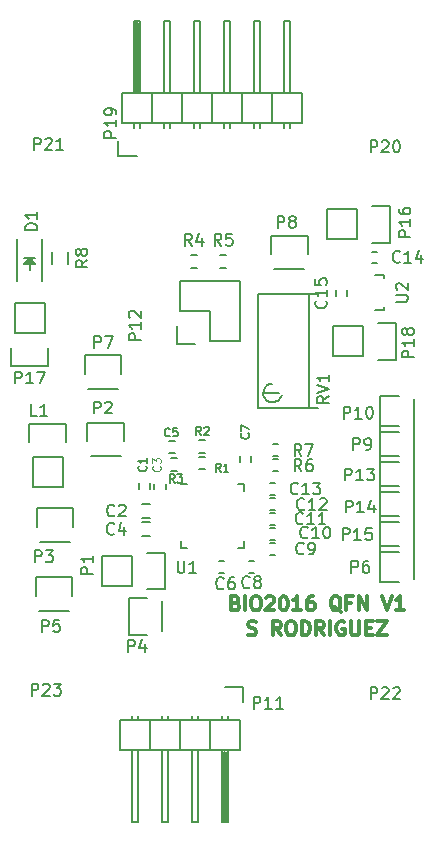
<source format=gto>
G04 #@! TF.FileFunction,Legend,Top*
%FSLAX46Y46*%
G04 Gerber Fmt 4.6, Leading zero omitted, Abs format (unit mm)*
G04 Created by KiCad (PCBNEW 4.0.4+e1-6308~48~ubuntu16.04.1-stable) date Tue Oct 11 09:38:20 2016*
%MOMM*%
%LPD*%
G01*
G04 APERTURE LIST*
%ADD10C,0.100000*%
%ADD11C,0.300000*%
%ADD12C,0.150000*%
%ADD13C,0.125000*%
G04 APERTURE END LIST*
D10*
D11*
X156394286Y-150614286D02*
X156565715Y-150671429D01*
X156622858Y-150728571D01*
X156680001Y-150842857D01*
X156680001Y-151014286D01*
X156622858Y-151128571D01*
X156565715Y-151185714D01*
X156451429Y-151242857D01*
X155994286Y-151242857D01*
X155994286Y-150042857D01*
X156394286Y-150042857D01*
X156508572Y-150100000D01*
X156565715Y-150157143D01*
X156622858Y-150271429D01*
X156622858Y-150385714D01*
X156565715Y-150500000D01*
X156508572Y-150557143D01*
X156394286Y-150614286D01*
X155994286Y-150614286D01*
X157194286Y-151242857D02*
X157194286Y-150042857D01*
X157994287Y-150042857D02*
X158222858Y-150042857D01*
X158337144Y-150100000D01*
X158451430Y-150214286D01*
X158508572Y-150442857D01*
X158508572Y-150842857D01*
X158451430Y-151071429D01*
X158337144Y-151185714D01*
X158222858Y-151242857D01*
X157994287Y-151242857D01*
X157880001Y-151185714D01*
X157765715Y-151071429D01*
X157708572Y-150842857D01*
X157708572Y-150442857D01*
X157765715Y-150214286D01*
X157880001Y-150100000D01*
X157994287Y-150042857D01*
X158965715Y-150157143D02*
X159022858Y-150100000D01*
X159137144Y-150042857D01*
X159422858Y-150042857D01*
X159537144Y-150100000D01*
X159594287Y-150157143D01*
X159651430Y-150271429D01*
X159651430Y-150385714D01*
X159594287Y-150557143D01*
X158908573Y-151242857D01*
X159651430Y-151242857D01*
X160394287Y-150042857D02*
X160508572Y-150042857D01*
X160622858Y-150100000D01*
X160680001Y-150157143D01*
X160737144Y-150271429D01*
X160794287Y-150500000D01*
X160794287Y-150785714D01*
X160737144Y-151014286D01*
X160680001Y-151128571D01*
X160622858Y-151185714D01*
X160508572Y-151242857D01*
X160394287Y-151242857D01*
X160280001Y-151185714D01*
X160222858Y-151128571D01*
X160165715Y-151014286D01*
X160108572Y-150785714D01*
X160108572Y-150500000D01*
X160165715Y-150271429D01*
X160222858Y-150157143D01*
X160280001Y-150100000D01*
X160394287Y-150042857D01*
X161937144Y-151242857D02*
X161251429Y-151242857D01*
X161594287Y-151242857D02*
X161594287Y-150042857D01*
X161480001Y-150214286D01*
X161365715Y-150328571D01*
X161251429Y-150385714D01*
X162965715Y-150042857D02*
X162737144Y-150042857D01*
X162622858Y-150100000D01*
X162565715Y-150157143D01*
X162451429Y-150328571D01*
X162394286Y-150557143D01*
X162394286Y-151014286D01*
X162451429Y-151128571D01*
X162508572Y-151185714D01*
X162622858Y-151242857D01*
X162851429Y-151242857D01*
X162965715Y-151185714D01*
X163022858Y-151128571D01*
X163080001Y-151014286D01*
X163080001Y-150728571D01*
X163022858Y-150614286D01*
X162965715Y-150557143D01*
X162851429Y-150500000D01*
X162622858Y-150500000D01*
X162508572Y-150557143D01*
X162451429Y-150614286D01*
X162394286Y-150728571D01*
X165308572Y-151357143D02*
X165194287Y-151300000D01*
X165080001Y-151185714D01*
X164908572Y-151014286D01*
X164794287Y-150957143D01*
X164680001Y-150957143D01*
X164737144Y-151242857D02*
X164622858Y-151185714D01*
X164508572Y-151071429D01*
X164451429Y-150842857D01*
X164451429Y-150442857D01*
X164508572Y-150214286D01*
X164622858Y-150100000D01*
X164737144Y-150042857D01*
X164965715Y-150042857D01*
X165080001Y-150100000D01*
X165194287Y-150214286D01*
X165251429Y-150442857D01*
X165251429Y-150842857D01*
X165194287Y-151071429D01*
X165080001Y-151185714D01*
X164965715Y-151242857D01*
X164737144Y-151242857D01*
X166165715Y-150614286D02*
X165765715Y-150614286D01*
X165765715Y-151242857D02*
X165765715Y-150042857D01*
X166337144Y-150042857D01*
X166794286Y-151242857D02*
X166794286Y-150042857D01*
X167480001Y-151242857D01*
X167480001Y-150042857D01*
X168794287Y-150042857D02*
X169194287Y-151242857D01*
X169594287Y-150042857D01*
X170622858Y-151242857D02*
X169937143Y-151242857D01*
X170280001Y-151242857D02*
X170280001Y-150042857D01*
X170165715Y-150214286D01*
X170051429Y-150328571D01*
X169937143Y-150385714D01*
X157422857Y-153285714D02*
X157594286Y-153342857D01*
X157880000Y-153342857D01*
X157994286Y-153285714D01*
X158051429Y-153228571D01*
X158108572Y-153114286D01*
X158108572Y-153000000D01*
X158051429Y-152885714D01*
X157994286Y-152828571D01*
X157880000Y-152771429D01*
X157651429Y-152714286D01*
X157537143Y-152657143D01*
X157480000Y-152600000D01*
X157422857Y-152485714D01*
X157422857Y-152371429D01*
X157480000Y-152257143D01*
X157537143Y-152200000D01*
X157651429Y-152142857D01*
X157937143Y-152142857D01*
X158108572Y-152200000D01*
X160222858Y-153342857D02*
X159822858Y-152771429D01*
X159537143Y-153342857D02*
X159537143Y-152142857D01*
X159994286Y-152142857D01*
X160108572Y-152200000D01*
X160165715Y-152257143D01*
X160222858Y-152371429D01*
X160222858Y-152542857D01*
X160165715Y-152657143D01*
X160108572Y-152714286D01*
X159994286Y-152771429D01*
X159537143Y-152771429D01*
X160965715Y-152142857D02*
X161194286Y-152142857D01*
X161308572Y-152200000D01*
X161422858Y-152314286D01*
X161480000Y-152542857D01*
X161480000Y-152942857D01*
X161422858Y-153171429D01*
X161308572Y-153285714D01*
X161194286Y-153342857D01*
X160965715Y-153342857D01*
X160851429Y-153285714D01*
X160737143Y-153171429D01*
X160680000Y-152942857D01*
X160680000Y-152542857D01*
X160737143Y-152314286D01*
X160851429Y-152200000D01*
X160965715Y-152142857D01*
X161994286Y-153342857D02*
X161994286Y-152142857D01*
X162280001Y-152142857D01*
X162451429Y-152200000D01*
X162565715Y-152314286D01*
X162622858Y-152428571D01*
X162680001Y-152657143D01*
X162680001Y-152828571D01*
X162622858Y-153057143D01*
X162565715Y-153171429D01*
X162451429Y-153285714D01*
X162280001Y-153342857D01*
X161994286Y-153342857D01*
X163880001Y-153342857D02*
X163480001Y-152771429D01*
X163194286Y-153342857D02*
X163194286Y-152142857D01*
X163651429Y-152142857D01*
X163765715Y-152200000D01*
X163822858Y-152257143D01*
X163880001Y-152371429D01*
X163880001Y-152542857D01*
X163822858Y-152657143D01*
X163765715Y-152714286D01*
X163651429Y-152771429D01*
X163194286Y-152771429D01*
X164394286Y-153342857D02*
X164394286Y-152142857D01*
X165594287Y-152200000D02*
X165480001Y-152142857D01*
X165308572Y-152142857D01*
X165137144Y-152200000D01*
X165022858Y-152314286D01*
X164965715Y-152428571D01*
X164908572Y-152657143D01*
X164908572Y-152828571D01*
X164965715Y-153057143D01*
X165022858Y-153171429D01*
X165137144Y-153285714D01*
X165308572Y-153342857D01*
X165422858Y-153342857D01*
X165594287Y-153285714D01*
X165651430Y-153228571D01*
X165651430Y-152828571D01*
X165422858Y-152828571D01*
X166165715Y-152142857D02*
X166165715Y-153114286D01*
X166222858Y-153228571D01*
X166280001Y-153285714D01*
X166394287Y-153342857D01*
X166622858Y-153342857D01*
X166737144Y-153285714D01*
X166794287Y-153228571D01*
X166851430Y-153114286D01*
X166851430Y-152142857D01*
X167422858Y-152714286D02*
X167822858Y-152714286D01*
X167994287Y-153342857D02*
X167422858Y-153342857D01*
X167422858Y-152142857D01*
X167994287Y-152142857D01*
X168394287Y-152142857D02*
X169194287Y-152142857D01*
X168394287Y-153342857D01*
X169194287Y-153342857D01*
D12*
X157107000Y-140581000D02*
X157107000Y-141131000D01*
X151757000Y-145931000D02*
X151757000Y-145381000D01*
X157107000Y-145931000D02*
X157107000Y-145381000D01*
X151757000Y-140581000D02*
X152307000Y-140581000D01*
X151757000Y-145931000D02*
X152307000Y-145931000D01*
X157107000Y-145931000D02*
X156557000Y-145931000D01*
X157107000Y-140581000D02*
X156557000Y-140581000D01*
X149115000Y-140990000D02*
X149115000Y-140490000D01*
X148165000Y-140490000D02*
X148165000Y-140990000D01*
X149170000Y-143430000D02*
X148470000Y-143430000D01*
X148470000Y-142230000D02*
X149170000Y-142230000D01*
X150465000Y-141000000D02*
X150465000Y-140500000D01*
X149515000Y-140500000D02*
X149515000Y-141000000D01*
X149160000Y-144980000D02*
X148460000Y-144980000D01*
X148460000Y-143780000D02*
X149160000Y-143780000D01*
X151225000Y-136925000D02*
X150725000Y-136925000D01*
X150725000Y-137875000D02*
X151225000Y-137875000D01*
X154944000Y-148049000D02*
X155444000Y-148049000D01*
X155444000Y-147099000D02*
X154944000Y-147099000D01*
X156751000Y-138180000D02*
X156751000Y-138680000D01*
X157701000Y-138680000D02*
X157701000Y-138180000D01*
X157484000Y-148049000D02*
X157984000Y-148049000D01*
X157984000Y-147099000D02*
X157484000Y-147099000D01*
X159762000Y-145575000D02*
X159262000Y-145575000D01*
X159262000Y-146525000D02*
X159762000Y-146525000D01*
X159762000Y-144305000D02*
X159262000Y-144305000D01*
X159262000Y-145255000D02*
X159762000Y-145255000D01*
X159762000Y-143035000D02*
X159262000Y-143035000D01*
X159262000Y-143985000D02*
X159762000Y-143985000D01*
X159762000Y-141765000D02*
X159262000Y-141765000D01*
X159262000Y-142715000D02*
X159762000Y-142715000D01*
X159762000Y-140495000D02*
X159262000Y-140495000D01*
X159262000Y-141445000D02*
X159762000Y-141445000D01*
X167898000Y-121823500D02*
X168398000Y-121823500D01*
X168398000Y-120873500D02*
X167898000Y-120873500D01*
X164879000Y-124146500D02*
X164879000Y-124646500D01*
X165829000Y-124646500D02*
X165829000Y-124146500D01*
X137888000Y-119770000D02*
X137888000Y-123370000D01*
X139988000Y-119770000D02*
X139988000Y-123370000D01*
X139238000Y-121820000D02*
X138638000Y-121820000D01*
X138638000Y-121820000D02*
X138938000Y-121520000D01*
X138938000Y-121520000D02*
X139138000Y-121720000D01*
X139138000Y-121720000D02*
X138888000Y-121720000D01*
X138888000Y-121720000D02*
X138938000Y-121670000D01*
X139438000Y-121420000D02*
X138438000Y-121420000D01*
X138938000Y-121920000D02*
X138938000Y-122420000D01*
X138938000Y-121420000D02*
X139438000Y-121920000D01*
X139438000Y-121920000D02*
X138438000Y-121920000D01*
X138438000Y-121920000D02*
X138938000Y-121420000D01*
X138912000Y-135419500D02*
X138912000Y-136969500D01*
X139192000Y-140779500D02*
X139192000Y-138239500D01*
X139192000Y-138239500D02*
X141732000Y-138239500D01*
X142012000Y-136969500D02*
X142012000Y-135419500D01*
X142012000Y-135419500D02*
X138912000Y-135419500D01*
X141732000Y-138239500D02*
X141732000Y-140779500D01*
X141732000Y-140779500D02*
X139192000Y-140779500D01*
X147605000Y-149170000D02*
X145065000Y-149170000D01*
X150425000Y-149450000D02*
X148875000Y-149450000D01*
X147605000Y-149170000D02*
X147605000Y-146630000D01*
X148875000Y-146350000D02*
X150425000Y-146350000D01*
X150425000Y-146350000D02*
X150425000Y-149450000D01*
X147605000Y-146630000D02*
X145065000Y-146630000D01*
X145065000Y-146630000D02*
X145065000Y-149170000D01*
X146930000Y-135360000D02*
X146930000Y-136910000D01*
X143830000Y-136910000D02*
X143830000Y-135360000D01*
X143830000Y-135360000D02*
X146930000Y-135360000D01*
X144110000Y-138180000D02*
X146650000Y-138180000D01*
X142647000Y-142595000D02*
X142647000Y-144145000D01*
X139547000Y-144145000D02*
X139547000Y-142595000D01*
X139547000Y-142595000D02*
X142647000Y-142595000D01*
X139827000Y-145415000D02*
X142367000Y-145415000D01*
X147375000Y-150200000D02*
X148925000Y-150200000D01*
X148925000Y-153300000D02*
X147375000Y-153300000D01*
X147375000Y-153300000D02*
X147375000Y-150200000D01*
X150195000Y-153020000D02*
X150195000Y-150480000D01*
X142550000Y-148450000D02*
X142550000Y-150000000D01*
X139450000Y-150000000D02*
X139450000Y-148450000D01*
X139450000Y-148450000D02*
X142550000Y-148450000D01*
X139730000Y-151270000D02*
X142270000Y-151270000D01*
X168630000Y-145770000D02*
X170180000Y-145770000D01*
X170180000Y-148870000D02*
X168630000Y-148870000D01*
X168630000Y-148870000D02*
X168630000Y-145770000D01*
X171450000Y-148590000D02*
X171450000Y-146050000D01*
X146700000Y-129650000D02*
X146700000Y-131200000D01*
X143600000Y-131200000D02*
X143600000Y-129650000D01*
X143600000Y-129650000D02*
X146700000Y-129650000D01*
X143880000Y-132470000D02*
X146420000Y-132470000D01*
X162480000Y-119550000D02*
X162480000Y-121100000D01*
X159380000Y-121100000D02*
X159380000Y-119550000D01*
X159380000Y-119550000D02*
X162480000Y-119550000D01*
X159660000Y-122370000D02*
X162200000Y-122370000D01*
X168630000Y-135610000D02*
X170180000Y-135610000D01*
X170180000Y-138710000D02*
X168630000Y-138710000D01*
X168630000Y-138710000D02*
X168630000Y-135610000D01*
X171450000Y-138430000D02*
X171450000Y-135890000D01*
X168630000Y-133070000D02*
X170180000Y-133070000D01*
X170180000Y-136170000D02*
X168630000Y-136170000D01*
X168630000Y-136170000D02*
X168630000Y-133070000D01*
X171450000Y-135890000D02*
X171450000Y-133350000D01*
X157050000Y-157700000D02*
X155500000Y-157700000D01*
X157050000Y-159000000D02*
X157050000Y-157700000D01*
X155627000Y-163191000D02*
X155627000Y-169033000D01*
X155627000Y-169033000D02*
X155373000Y-169033000D01*
X155373000Y-169033000D02*
X155373000Y-163191000D01*
X155373000Y-163191000D02*
X155500000Y-163191000D01*
X155500000Y-163191000D02*
X155500000Y-169033000D01*
X155754000Y-160524000D02*
X155754000Y-160143000D01*
X155246000Y-160524000D02*
X155246000Y-160143000D01*
X153214000Y-160524000D02*
X153214000Y-160143000D01*
X152706000Y-160524000D02*
X152706000Y-160143000D01*
X150674000Y-160524000D02*
X150674000Y-160143000D01*
X150166000Y-160524000D02*
X150166000Y-160143000D01*
X147626000Y-160524000D02*
X147626000Y-160143000D01*
X148134000Y-160524000D02*
X148134000Y-160143000D01*
X156770000Y-160524000D02*
X156770000Y-163064000D01*
X154230000Y-160524000D02*
X154230000Y-163064000D01*
X154230000Y-160524000D02*
X151690000Y-160524000D01*
X151690000Y-160524000D02*
X151690000Y-163064000D01*
X153214000Y-163064000D02*
X153214000Y-169160000D01*
X153214000Y-169160000D02*
X152706000Y-169160000D01*
X152706000Y-169160000D02*
X152706000Y-163064000D01*
X151690000Y-163064000D02*
X154230000Y-163064000D01*
X154230000Y-163064000D02*
X156770000Y-163064000D01*
X155246000Y-169160000D02*
X155246000Y-163064000D01*
X155754000Y-169160000D02*
X155246000Y-169160000D01*
X155754000Y-163064000D02*
X155754000Y-169160000D01*
X154230000Y-160524000D02*
X154230000Y-163064000D01*
X156770000Y-160524000D02*
X154230000Y-160524000D01*
X149150000Y-160524000D02*
X149150000Y-163064000D01*
X149150000Y-160524000D02*
X146610000Y-160524000D01*
X146610000Y-160524000D02*
X146610000Y-163064000D01*
X148134000Y-163064000D02*
X148134000Y-169160000D01*
X148134000Y-169160000D02*
X147626000Y-169160000D01*
X147626000Y-169160000D02*
X147626000Y-163064000D01*
X146610000Y-163064000D02*
X149150000Y-163064000D01*
X149150000Y-163064000D02*
X151690000Y-163064000D01*
X150166000Y-169160000D02*
X150166000Y-163064000D01*
X150674000Y-169160000D02*
X150166000Y-169160000D01*
X150674000Y-163064000D02*
X150674000Y-169160000D01*
X149150000Y-160524000D02*
X149150000Y-163064000D01*
X151690000Y-160524000D02*
X149150000Y-160524000D01*
X151690000Y-160524000D02*
X151690000Y-163064000D01*
X152985000Y-128690000D02*
X151435000Y-128690000D01*
X151435000Y-127140000D02*
X151435000Y-128690000D01*
X154255000Y-128410000D02*
X154255000Y-125870000D01*
X154255000Y-125870000D02*
X151715000Y-125870000D01*
X151715000Y-125870000D02*
X151715000Y-123330000D01*
X151715000Y-123330000D02*
X156795000Y-123330000D01*
X156795000Y-123330000D02*
X156795000Y-128410000D01*
X156795000Y-128410000D02*
X154255000Y-128410000D01*
X168630000Y-138150000D02*
X170180000Y-138150000D01*
X170180000Y-141250000D02*
X168630000Y-141250000D01*
X168630000Y-141250000D02*
X168630000Y-138150000D01*
X171450000Y-140970000D02*
X171450000Y-138430000D01*
X168630000Y-140690000D02*
X170180000Y-140690000D01*
X170180000Y-143790000D02*
X168630000Y-143790000D01*
X168630000Y-143790000D02*
X168630000Y-140690000D01*
X171450000Y-143510000D02*
X171450000Y-140970000D01*
X168630000Y-143230000D02*
X170180000Y-143230000D01*
X170180000Y-146330000D02*
X168630000Y-146330000D01*
X168630000Y-146330000D02*
X168630000Y-143230000D01*
X171450000Y-146050000D02*
X171450000Y-143510000D01*
X166624000Y-119824500D02*
X164084000Y-119824500D01*
X169444000Y-120104500D02*
X167894000Y-120104500D01*
X166624000Y-119824500D02*
X166624000Y-117284500D01*
X167894000Y-117004500D02*
X169444000Y-117004500D01*
X169444000Y-117004500D02*
X169444000Y-120104500D01*
X166624000Y-117284500D02*
X164084000Y-117284500D01*
X164084000Y-117284500D02*
X164084000Y-119824500D01*
X137668000Y-127762000D02*
X137668000Y-125222000D01*
X137388000Y-130582000D02*
X137388000Y-129032000D01*
X137668000Y-127762000D02*
X140208000Y-127762000D01*
X140488000Y-129032000D02*
X140488000Y-130582000D01*
X140488000Y-130582000D02*
X137388000Y-130582000D01*
X140208000Y-127762000D02*
X140208000Y-125222000D01*
X140208000Y-125222000D02*
X137668000Y-125222000D01*
X167132000Y-129730500D02*
X164592000Y-129730500D01*
X169952000Y-130010500D02*
X168402000Y-130010500D01*
X167132000Y-129730500D02*
X167132000Y-127190500D01*
X168402000Y-126910500D02*
X169952000Y-126910500D01*
X169952000Y-126910500D02*
X169952000Y-130010500D01*
X167132000Y-127190500D02*
X164592000Y-127190500D01*
X164592000Y-127190500D02*
X164592000Y-129730500D01*
X146450000Y-112800000D02*
X148000000Y-112800000D01*
X146450000Y-111500000D02*
X146450000Y-112800000D01*
X147873000Y-107309000D02*
X147873000Y-101467000D01*
X147873000Y-101467000D02*
X148127000Y-101467000D01*
X148127000Y-101467000D02*
X148127000Y-107309000D01*
X148127000Y-107309000D02*
X148000000Y-107309000D01*
X148000000Y-107309000D02*
X148000000Y-101467000D01*
X147746000Y-109976000D02*
X147746000Y-110357000D01*
X148254000Y-109976000D02*
X148254000Y-110357000D01*
X150286000Y-109976000D02*
X150286000Y-110357000D01*
X150794000Y-109976000D02*
X150794000Y-110357000D01*
X152826000Y-109976000D02*
X152826000Y-110357000D01*
X153334000Y-109976000D02*
X153334000Y-110357000D01*
X160954000Y-109976000D02*
X160954000Y-110357000D01*
X160446000Y-109976000D02*
X160446000Y-110357000D01*
X158414000Y-109976000D02*
X158414000Y-110357000D01*
X157906000Y-109976000D02*
X157906000Y-110357000D01*
X155874000Y-109976000D02*
X155874000Y-110357000D01*
X155366000Y-109976000D02*
X155366000Y-110357000D01*
X146730000Y-109976000D02*
X146730000Y-107436000D01*
X149270000Y-109976000D02*
X149270000Y-107436000D01*
X149270000Y-109976000D02*
X151810000Y-109976000D01*
X151810000Y-109976000D02*
X151810000Y-107436000D01*
X150286000Y-107436000D02*
X150286000Y-101340000D01*
X150286000Y-101340000D02*
X150794000Y-101340000D01*
X150794000Y-101340000D02*
X150794000Y-107436000D01*
X151810000Y-107436000D02*
X149270000Y-107436000D01*
X149270000Y-107436000D02*
X146730000Y-107436000D01*
X148254000Y-101340000D02*
X148254000Y-107436000D01*
X147746000Y-101340000D02*
X148254000Y-101340000D01*
X147746000Y-107436000D02*
X147746000Y-101340000D01*
X149270000Y-109976000D02*
X149270000Y-107436000D01*
X146730000Y-109976000D02*
X149270000Y-109976000D01*
X156890000Y-109976000D02*
X156890000Y-107436000D01*
X156890000Y-109976000D02*
X159430000Y-109976000D01*
X159430000Y-109976000D02*
X159430000Y-107436000D01*
X157906000Y-107436000D02*
X157906000Y-101340000D01*
X157906000Y-101340000D02*
X158414000Y-101340000D01*
X158414000Y-101340000D02*
X158414000Y-107436000D01*
X159430000Y-107436000D02*
X156890000Y-107436000D01*
X161970000Y-107436000D02*
X159430000Y-107436000D01*
X160954000Y-101340000D02*
X160954000Y-107436000D01*
X160446000Y-101340000D02*
X160954000Y-101340000D01*
X160446000Y-107436000D02*
X160446000Y-101340000D01*
X161970000Y-109976000D02*
X161970000Y-107436000D01*
X159430000Y-109976000D02*
X161970000Y-109976000D01*
X159430000Y-109976000D02*
X159430000Y-107436000D01*
X154350000Y-109976000D02*
X154350000Y-107436000D01*
X154350000Y-109976000D02*
X156890000Y-109976000D01*
X156890000Y-109976000D02*
X156890000Y-107436000D01*
X155366000Y-107436000D02*
X155366000Y-101340000D01*
X155366000Y-101340000D02*
X155874000Y-101340000D01*
X155874000Y-101340000D02*
X155874000Y-107436000D01*
X156890000Y-107436000D02*
X154350000Y-107436000D01*
X154350000Y-107436000D02*
X151810000Y-107436000D01*
X153334000Y-101340000D02*
X153334000Y-107436000D01*
X152826000Y-101340000D02*
X153334000Y-101340000D01*
X152826000Y-107436000D02*
X152826000Y-101340000D01*
X154350000Y-109976000D02*
X154350000Y-107436000D01*
X151810000Y-109976000D02*
X154350000Y-109976000D01*
X151810000Y-109976000D02*
X151810000Y-107436000D01*
X153800000Y-138225000D02*
X153300000Y-138225000D01*
X153300000Y-139275000D02*
X153800000Y-139275000D01*
X153325000Y-137875000D02*
X153825000Y-137875000D01*
X153825000Y-136825000D02*
X153325000Y-136825000D01*
X151400000Y-138350000D02*
X150900000Y-138350000D01*
X150900000Y-139400000D02*
X151400000Y-139400000D01*
X153100000Y-121175000D02*
X152600000Y-121175000D01*
X152600000Y-122225000D02*
X153100000Y-122225000D01*
X155600000Y-121175000D02*
X155100000Y-121175000D01*
X155100000Y-122225000D02*
X155600000Y-122225000D01*
X159516000Y-139463000D02*
X160016000Y-139463000D01*
X160016000Y-138413000D02*
X159516000Y-138413000D01*
X160016000Y-137143000D02*
X159516000Y-137143000D01*
X159516000Y-138193000D02*
X160016000Y-138193000D01*
X140803000Y-121912000D02*
X140803000Y-120912000D01*
X142153000Y-120912000D02*
X142153000Y-121912000D01*
X158750000Y-132842000D02*
X160020000Y-132842000D01*
X159499300Y-132054600D02*
X159245300Y-132092700D01*
X159245300Y-132092700D02*
X158965900Y-132270500D01*
X158965900Y-132270500D02*
X158750000Y-132588000D01*
X158750000Y-132588000D02*
X158737300Y-133032500D01*
X158737300Y-133032500D02*
X158940500Y-133388100D01*
X158940500Y-133388100D02*
X159232600Y-133565900D01*
X159232600Y-133565900D02*
X159550100Y-133616700D01*
X159550100Y-133616700D02*
X159956500Y-133515100D01*
X159956500Y-133515100D02*
X160210500Y-133172200D01*
X160210500Y-133172200D02*
X160299400Y-132994400D01*
X162560000Y-124460000D02*
X162560000Y-134112000D01*
X159512000Y-134112000D02*
X158242000Y-134112000D01*
X158242000Y-134112000D02*
X158242000Y-124460000D01*
X158242000Y-124460000D02*
X163322000Y-124460000D01*
X163322000Y-134112000D02*
X160782000Y-134112000D01*
X160782000Y-134112000D02*
X159512000Y-134112000D01*
X168923240Y-125634136D02*
X168923240Y-125585876D01*
X168222200Y-122835156D02*
X168923240Y-122835156D01*
X168923240Y-122835156D02*
X168923240Y-123084076D01*
X168923240Y-125634136D02*
X168923240Y-125834796D01*
X168923240Y-125834796D02*
X168222200Y-125834796D01*
X151468095Y-147052381D02*
X151468095Y-147861905D01*
X151515714Y-147957143D01*
X151563333Y-148004762D01*
X151658571Y-148052381D01*
X151849048Y-148052381D01*
X151944286Y-148004762D01*
X151991905Y-147957143D01*
X152039524Y-147861905D01*
X152039524Y-147052381D01*
X153039524Y-148052381D02*
X152468095Y-148052381D01*
X152753809Y-148052381D02*
X152753809Y-147052381D01*
X152658571Y-147195238D01*
X152563333Y-147290476D01*
X152468095Y-147338095D01*
X148780000Y-139016666D02*
X148813333Y-139050000D01*
X148846667Y-139150000D01*
X148846667Y-139216666D01*
X148813333Y-139316666D01*
X148746667Y-139383333D01*
X148680000Y-139416666D01*
X148546667Y-139450000D01*
X148446667Y-139450000D01*
X148313333Y-139416666D01*
X148246667Y-139383333D01*
X148180000Y-139316666D01*
X148146667Y-139216666D01*
X148146667Y-139150000D01*
X148180000Y-139050000D01*
X148213333Y-139016666D01*
X148846667Y-138350000D02*
X148846667Y-138750000D01*
X148846667Y-138550000D02*
X148146667Y-138550000D01*
X148246667Y-138616666D01*
X148313333Y-138683333D01*
X148346667Y-138750000D01*
X146113334Y-143187143D02*
X146065715Y-143234762D01*
X145922858Y-143282381D01*
X145827620Y-143282381D01*
X145684762Y-143234762D01*
X145589524Y-143139524D01*
X145541905Y-143044286D01*
X145494286Y-142853810D01*
X145494286Y-142710952D01*
X145541905Y-142520476D01*
X145589524Y-142425238D01*
X145684762Y-142330000D01*
X145827620Y-142282381D01*
X145922858Y-142282381D01*
X146065715Y-142330000D01*
X146113334Y-142377619D01*
X146494286Y-142377619D02*
X146541905Y-142330000D01*
X146637143Y-142282381D01*
X146875239Y-142282381D01*
X146970477Y-142330000D01*
X147018096Y-142377619D01*
X147065715Y-142472857D01*
X147065715Y-142568095D01*
X147018096Y-142710952D01*
X146446667Y-143282381D01*
X147065715Y-143282381D01*
D13*
X149980000Y-139016666D02*
X150013333Y-139050000D01*
X150046667Y-139150000D01*
X150046667Y-139216666D01*
X150013333Y-139316666D01*
X149946667Y-139383333D01*
X149880000Y-139416666D01*
X149746667Y-139450000D01*
X149646667Y-139450000D01*
X149513333Y-139416666D01*
X149446667Y-139383333D01*
X149380000Y-139316666D01*
X149346667Y-139216666D01*
X149346667Y-139150000D01*
X149380000Y-139050000D01*
X149413333Y-139016666D01*
X149346667Y-138783333D02*
X149346667Y-138350000D01*
X149613333Y-138583333D01*
X149613333Y-138483333D01*
X149646667Y-138416666D01*
X149680000Y-138383333D01*
X149746667Y-138350000D01*
X149913333Y-138350000D01*
X149980000Y-138383333D01*
X150013333Y-138416666D01*
X150046667Y-138483333D01*
X150046667Y-138683333D01*
X150013333Y-138750000D01*
X149980000Y-138783333D01*
D12*
X146103334Y-144737143D02*
X146055715Y-144784762D01*
X145912858Y-144832381D01*
X145817620Y-144832381D01*
X145674762Y-144784762D01*
X145579524Y-144689524D01*
X145531905Y-144594286D01*
X145484286Y-144403810D01*
X145484286Y-144260952D01*
X145531905Y-144070476D01*
X145579524Y-143975238D01*
X145674762Y-143880000D01*
X145817620Y-143832381D01*
X145912858Y-143832381D01*
X146055715Y-143880000D01*
X146103334Y-143927619D01*
X146960477Y-144165714D02*
X146960477Y-144832381D01*
X146722381Y-143784762D02*
X146484286Y-144499048D01*
X147103334Y-144499048D01*
X150813334Y-136450000D02*
X150780000Y-136483333D01*
X150680000Y-136516667D01*
X150613334Y-136516667D01*
X150513334Y-136483333D01*
X150446667Y-136416667D01*
X150413334Y-136350000D01*
X150380000Y-136216667D01*
X150380000Y-136116667D01*
X150413334Y-135983333D01*
X150446667Y-135916667D01*
X150513334Y-135850000D01*
X150613334Y-135816667D01*
X150680000Y-135816667D01*
X150780000Y-135850000D01*
X150813334Y-135883333D01*
X151446667Y-135816667D02*
X151113334Y-135816667D01*
X151080000Y-136150000D01*
X151113334Y-136116667D01*
X151180000Y-136083333D01*
X151346667Y-136083333D01*
X151413334Y-136116667D01*
X151446667Y-136150000D01*
X151480000Y-136216667D01*
X151480000Y-136383333D01*
X151446667Y-136450000D01*
X151413334Y-136483333D01*
X151346667Y-136516667D01*
X151180000Y-136516667D01*
X151113334Y-136483333D01*
X151080000Y-136450000D01*
X155363334Y-149357143D02*
X155315715Y-149404762D01*
X155172858Y-149452381D01*
X155077620Y-149452381D01*
X154934762Y-149404762D01*
X154839524Y-149309524D01*
X154791905Y-149214286D01*
X154744286Y-149023810D01*
X154744286Y-148880952D01*
X154791905Y-148690476D01*
X154839524Y-148595238D01*
X154934762Y-148500000D01*
X155077620Y-148452381D01*
X155172858Y-148452381D01*
X155315715Y-148500000D01*
X155363334Y-148547619D01*
X156220477Y-148452381D02*
X156030000Y-148452381D01*
X155934762Y-148500000D01*
X155887143Y-148547619D01*
X155791905Y-148690476D01*
X155744286Y-148880952D01*
X155744286Y-149261905D01*
X155791905Y-149357143D01*
X155839524Y-149404762D01*
X155934762Y-149452381D01*
X156125239Y-149452381D01*
X156220477Y-149404762D01*
X156268096Y-149357143D01*
X156315715Y-149261905D01*
X156315715Y-149023810D01*
X156268096Y-148928571D01*
X156220477Y-148880952D01*
X156125239Y-148833333D01*
X155934762Y-148833333D01*
X155839524Y-148880952D01*
X155791905Y-148928571D01*
X155744286Y-149023810D01*
X157476000Y-136260666D02*
X157509333Y-136294000D01*
X157542667Y-136394000D01*
X157542667Y-136460666D01*
X157509333Y-136560666D01*
X157442667Y-136627333D01*
X157376000Y-136660666D01*
X157242667Y-136694000D01*
X157142667Y-136694000D01*
X157009333Y-136660666D01*
X156942667Y-136627333D01*
X156876000Y-136560666D01*
X156842667Y-136460666D01*
X156842667Y-136394000D01*
X156876000Y-136294000D01*
X156909333Y-136260666D01*
X156842667Y-136027333D02*
X156842667Y-135560666D01*
X157542667Y-135860666D01*
X157563334Y-149257143D02*
X157515715Y-149304762D01*
X157372858Y-149352381D01*
X157277620Y-149352381D01*
X157134762Y-149304762D01*
X157039524Y-149209524D01*
X156991905Y-149114286D01*
X156944286Y-148923810D01*
X156944286Y-148780952D01*
X156991905Y-148590476D01*
X157039524Y-148495238D01*
X157134762Y-148400000D01*
X157277620Y-148352381D01*
X157372858Y-148352381D01*
X157515715Y-148400000D01*
X157563334Y-148447619D01*
X158134762Y-148780952D02*
X158039524Y-148733333D01*
X157991905Y-148685714D01*
X157944286Y-148590476D01*
X157944286Y-148542857D01*
X157991905Y-148447619D01*
X158039524Y-148400000D01*
X158134762Y-148352381D01*
X158325239Y-148352381D01*
X158420477Y-148400000D01*
X158468096Y-148447619D01*
X158515715Y-148542857D01*
X158515715Y-148590476D01*
X158468096Y-148685714D01*
X158420477Y-148733333D01*
X158325239Y-148780952D01*
X158134762Y-148780952D01*
X158039524Y-148828571D01*
X157991905Y-148876190D01*
X157944286Y-148971429D01*
X157944286Y-149161905D01*
X157991905Y-149257143D01*
X158039524Y-149304762D01*
X158134762Y-149352381D01*
X158325239Y-149352381D01*
X158420477Y-149304762D01*
X158468096Y-149257143D01*
X158515715Y-149161905D01*
X158515715Y-148971429D01*
X158468096Y-148876190D01*
X158420477Y-148828571D01*
X158325239Y-148780952D01*
X162139334Y-146407143D02*
X162091715Y-146454762D01*
X161948858Y-146502381D01*
X161853620Y-146502381D01*
X161710762Y-146454762D01*
X161615524Y-146359524D01*
X161567905Y-146264286D01*
X161520286Y-146073810D01*
X161520286Y-145930952D01*
X161567905Y-145740476D01*
X161615524Y-145645238D01*
X161710762Y-145550000D01*
X161853620Y-145502381D01*
X161948858Y-145502381D01*
X162091715Y-145550000D01*
X162139334Y-145597619D01*
X162615524Y-146502381D02*
X162806000Y-146502381D01*
X162901239Y-146454762D01*
X162948858Y-146407143D01*
X163044096Y-146264286D01*
X163091715Y-146073810D01*
X163091715Y-145692857D01*
X163044096Y-145597619D01*
X162996477Y-145550000D01*
X162901239Y-145502381D01*
X162710762Y-145502381D01*
X162615524Y-145550000D01*
X162567905Y-145597619D01*
X162520286Y-145692857D01*
X162520286Y-145930952D01*
X162567905Y-146026190D01*
X162615524Y-146073810D01*
X162710762Y-146121429D01*
X162901239Y-146121429D01*
X162996477Y-146073810D01*
X163044096Y-146026190D01*
X163091715Y-145930952D01*
X162487143Y-145057143D02*
X162439524Y-145104762D01*
X162296667Y-145152381D01*
X162201429Y-145152381D01*
X162058571Y-145104762D01*
X161963333Y-145009524D01*
X161915714Y-144914286D01*
X161868095Y-144723810D01*
X161868095Y-144580952D01*
X161915714Y-144390476D01*
X161963333Y-144295238D01*
X162058571Y-144200000D01*
X162201429Y-144152381D01*
X162296667Y-144152381D01*
X162439524Y-144200000D01*
X162487143Y-144247619D01*
X163439524Y-145152381D02*
X162868095Y-145152381D01*
X163153809Y-145152381D02*
X163153809Y-144152381D01*
X163058571Y-144295238D01*
X162963333Y-144390476D01*
X162868095Y-144438095D01*
X164058571Y-144152381D02*
X164153810Y-144152381D01*
X164249048Y-144200000D01*
X164296667Y-144247619D01*
X164344286Y-144342857D01*
X164391905Y-144533333D01*
X164391905Y-144771429D01*
X164344286Y-144961905D01*
X164296667Y-145057143D01*
X164249048Y-145104762D01*
X164153810Y-145152381D01*
X164058571Y-145152381D01*
X163963333Y-145104762D01*
X163915714Y-145057143D01*
X163868095Y-144961905D01*
X163820476Y-144771429D01*
X163820476Y-144533333D01*
X163868095Y-144342857D01*
X163915714Y-144247619D01*
X163963333Y-144200000D01*
X164058571Y-144152381D01*
X162087143Y-143857143D02*
X162039524Y-143904762D01*
X161896667Y-143952381D01*
X161801429Y-143952381D01*
X161658571Y-143904762D01*
X161563333Y-143809524D01*
X161515714Y-143714286D01*
X161468095Y-143523810D01*
X161468095Y-143380952D01*
X161515714Y-143190476D01*
X161563333Y-143095238D01*
X161658571Y-143000000D01*
X161801429Y-142952381D01*
X161896667Y-142952381D01*
X162039524Y-143000000D01*
X162087143Y-143047619D01*
X163039524Y-143952381D02*
X162468095Y-143952381D01*
X162753809Y-143952381D02*
X162753809Y-142952381D01*
X162658571Y-143095238D01*
X162563333Y-143190476D01*
X162468095Y-143238095D01*
X163991905Y-143952381D02*
X163420476Y-143952381D01*
X163706190Y-143952381D02*
X163706190Y-142952381D01*
X163610952Y-143095238D01*
X163515714Y-143190476D01*
X163420476Y-143238095D01*
X162187143Y-142657143D02*
X162139524Y-142704762D01*
X161996667Y-142752381D01*
X161901429Y-142752381D01*
X161758571Y-142704762D01*
X161663333Y-142609524D01*
X161615714Y-142514286D01*
X161568095Y-142323810D01*
X161568095Y-142180952D01*
X161615714Y-141990476D01*
X161663333Y-141895238D01*
X161758571Y-141800000D01*
X161901429Y-141752381D01*
X161996667Y-141752381D01*
X162139524Y-141800000D01*
X162187143Y-141847619D01*
X163139524Y-142752381D02*
X162568095Y-142752381D01*
X162853809Y-142752381D02*
X162853809Y-141752381D01*
X162758571Y-141895238D01*
X162663333Y-141990476D01*
X162568095Y-142038095D01*
X163520476Y-141847619D02*
X163568095Y-141800000D01*
X163663333Y-141752381D01*
X163901429Y-141752381D01*
X163996667Y-141800000D01*
X164044286Y-141847619D01*
X164091905Y-141942857D01*
X164091905Y-142038095D01*
X164044286Y-142180952D01*
X163472857Y-142752381D01*
X164091905Y-142752381D01*
X161663143Y-141327143D02*
X161615524Y-141374762D01*
X161472667Y-141422381D01*
X161377429Y-141422381D01*
X161234571Y-141374762D01*
X161139333Y-141279524D01*
X161091714Y-141184286D01*
X161044095Y-140993810D01*
X161044095Y-140850952D01*
X161091714Y-140660476D01*
X161139333Y-140565238D01*
X161234571Y-140470000D01*
X161377429Y-140422381D01*
X161472667Y-140422381D01*
X161615524Y-140470000D01*
X161663143Y-140517619D01*
X162615524Y-141422381D02*
X162044095Y-141422381D01*
X162329809Y-141422381D02*
X162329809Y-140422381D01*
X162234571Y-140565238D01*
X162139333Y-140660476D01*
X162044095Y-140708095D01*
X162948857Y-140422381D02*
X163567905Y-140422381D01*
X163234571Y-140803333D01*
X163377429Y-140803333D01*
X163472667Y-140850952D01*
X163520286Y-140898571D01*
X163567905Y-140993810D01*
X163567905Y-141231905D01*
X163520286Y-141327143D01*
X163472667Y-141374762D01*
X163377429Y-141422381D01*
X163091714Y-141422381D01*
X162996476Y-141374762D01*
X162948857Y-141327143D01*
X170299143Y-121705643D02*
X170251524Y-121753262D01*
X170108667Y-121800881D01*
X170013429Y-121800881D01*
X169870571Y-121753262D01*
X169775333Y-121658024D01*
X169727714Y-121562786D01*
X169680095Y-121372310D01*
X169680095Y-121229452D01*
X169727714Y-121038976D01*
X169775333Y-120943738D01*
X169870571Y-120848500D01*
X170013429Y-120800881D01*
X170108667Y-120800881D01*
X170251524Y-120848500D01*
X170299143Y-120896119D01*
X171251524Y-121800881D02*
X170680095Y-121800881D01*
X170965809Y-121800881D02*
X170965809Y-120800881D01*
X170870571Y-120943738D01*
X170775333Y-121038976D01*
X170680095Y-121086595D01*
X172108667Y-121134214D02*
X172108667Y-121800881D01*
X171870571Y-120753262D02*
X171632476Y-121467548D01*
X172251524Y-121467548D01*
X164011143Y-125039357D02*
X164058762Y-125086976D01*
X164106381Y-125229833D01*
X164106381Y-125325071D01*
X164058762Y-125467929D01*
X163963524Y-125563167D01*
X163868286Y-125610786D01*
X163677810Y-125658405D01*
X163534952Y-125658405D01*
X163344476Y-125610786D01*
X163249238Y-125563167D01*
X163154000Y-125467929D01*
X163106381Y-125325071D01*
X163106381Y-125229833D01*
X163154000Y-125086976D01*
X163201619Y-125039357D01*
X164106381Y-124086976D02*
X164106381Y-124658405D01*
X164106381Y-124372691D02*
X163106381Y-124372691D01*
X163249238Y-124467929D01*
X163344476Y-124563167D01*
X163392095Y-124658405D01*
X163106381Y-123182214D02*
X163106381Y-123658405D01*
X163582571Y-123706024D01*
X163534952Y-123658405D01*
X163487333Y-123563167D01*
X163487333Y-123325071D01*
X163534952Y-123229833D01*
X163582571Y-123182214D01*
X163677810Y-123134595D01*
X163915905Y-123134595D01*
X164011143Y-123182214D01*
X164058762Y-123229833D01*
X164106381Y-123325071D01*
X164106381Y-123563167D01*
X164058762Y-123658405D01*
X164011143Y-123706024D01*
X139582381Y-119038095D02*
X138582381Y-119038095D01*
X138582381Y-118800000D01*
X138630000Y-118657142D01*
X138725238Y-118561904D01*
X138820476Y-118514285D01*
X139010952Y-118466666D01*
X139153810Y-118466666D01*
X139344286Y-118514285D01*
X139439524Y-118561904D01*
X139534762Y-118657142D01*
X139582381Y-118800000D01*
X139582381Y-119038095D01*
X139582381Y-117514285D02*
X139582381Y-118085714D01*
X139582381Y-117800000D02*
X138582381Y-117800000D01*
X138725238Y-117895238D01*
X138820476Y-117990476D01*
X138868095Y-118085714D01*
X139563334Y-134752381D02*
X139087143Y-134752381D01*
X139087143Y-133752381D01*
X140420477Y-134752381D02*
X139849048Y-134752381D01*
X140134762Y-134752381D02*
X140134762Y-133752381D01*
X140039524Y-133895238D01*
X139944286Y-133990476D01*
X139849048Y-134038095D01*
X144282381Y-148138095D02*
X143282381Y-148138095D01*
X143282381Y-147757142D01*
X143330000Y-147661904D01*
X143377619Y-147614285D01*
X143472857Y-147566666D01*
X143615714Y-147566666D01*
X143710952Y-147614285D01*
X143758571Y-147661904D01*
X143806190Y-147757142D01*
X143806190Y-148138095D01*
X144282381Y-146614285D02*
X144282381Y-147185714D01*
X144282381Y-146900000D02*
X143282381Y-146900000D01*
X143425238Y-146995238D01*
X143520476Y-147090476D01*
X143568095Y-147185714D01*
X144387905Y-134568381D02*
X144387905Y-133568381D01*
X144768858Y-133568381D01*
X144864096Y-133616000D01*
X144911715Y-133663619D01*
X144959334Y-133758857D01*
X144959334Y-133901714D01*
X144911715Y-133996952D01*
X144864096Y-134044571D01*
X144768858Y-134092190D01*
X144387905Y-134092190D01*
X145340286Y-133663619D02*
X145387905Y-133616000D01*
X145483143Y-133568381D01*
X145721239Y-133568381D01*
X145816477Y-133616000D01*
X145864096Y-133663619D01*
X145911715Y-133758857D01*
X145911715Y-133854095D01*
X145864096Y-133996952D01*
X145292667Y-134568381D01*
X145911715Y-134568381D01*
X139391905Y-147152381D02*
X139391905Y-146152381D01*
X139772858Y-146152381D01*
X139868096Y-146200000D01*
X139915715Y-146247619D01*
X139963334Y-146342857D01*
X139963334Y-146485714D01*
X139915715Y-146580952D01*
X139868096Y-146628571D01*
X139772858Y-146676190D01*
X139391905Y-146676190D01*
X140296667Y-146152381D02*
X140915715Y-146152381D01*
X140582381Y-146533333D01*
X140725239Y-146533333D01*
X140820477Y-146580952D01*
X140868096Y-146628571D01*
X140915715Y-146723810D01*
X140915715Y-146961905D01*
X140868096Y-147057143D01*
X140820477Y-147104762D01*
X140725239Y-147152381D01*
X140439524Y-147152381D01*
X140344286Y-147104762D01*
X140296667Y-147057143D01*
X147291905Y-154752381D02*
X147291905Y-153752381D01*
X147672858Y-153752381D01*
X147768096Y-153800000D01*
X147815715Y-153847619D01*
X147863334Y-153942857D01*
X147863334Y-154085714D01*
X147815715Y-154180952D01*
X147768096Y-154228571D01*
X147672858Y-154276190D01*
X147291905Y-154276190D01*
X148720477Y-154085714D02*
X148720477Y-154752381D01*
X148482381Y-153704762D02*
X148244286Y-154419048D01*
X148863334Y-154419048D01*
X139991905Y-153052381D02*
X139991905Y-152052381D01*
X140372858Y-152052381D01*
X140468096Y-152100000D01*
X140515715Y-152147619D01*
X140563334Y-152242857D01*
X140563334Y-152385714D01*
X140515715Y-152480952D01*
X140468096Y-152528571D01*
X140372858Y-152576190D01*
X139991905Y-152576190D01*
X141468096Y-152052381D02*
X140991905Y-152052381D01*
X140944286Y-152528571D01*
X140991905Y-152480952D01*
X141087143Y-152433333D01*
X141325239Y-152433333D01*
X141420477Y-152480952D01*
X141468096Y-152528571D01*
X141515715Y-152623810D01*
X141515715Y-152861905D01*
X141468096Y-152957143D01*
X141420477Y-153004762D01*
X141325239Y-153052381D01*
X141087143Y-153052381D01*
X140991905Y-153004762D01*
X140944286Y-152957143D01*
X166191905Y-148052381D02*
X166191905Y-147052381D01*
X166572858Y-147052381D01*
X166668096Y-147100000D01*
X166715715Y-147147619D01*
X166763334Y-147242857D01*
X166763334Y-147385714D01*
X166715715Y-147480952D01*
X166668096Y-147528571D01*
X166572858Y-147576190D01*
X166191905Y-147576190D01*
X167620477Y-147052381D02*
X167430000Y-147052381D01*
X167334762Y-147100000D01*
X167287143Y-147147619D01*
X167191905Y-147290476D01*
X167144286Y-147480952D01*
X167144286Y-147861905D01*
X167191905Y-147957143D01*
X167239524Y-148004762D01*
X167334762Y-148052381D01*
X167525239Y-148052381D01*
X167620477Y-148004762D01*
X167668096Y-147957143D01*
X167715715Y-147861905D01*
X167715715Y-147623810D01*
X167668096Y-147528571D01*
X167620477Y-147480952D01*
X167525239Y-147433333D01*
X167334762Y-147433333D01*
X167239524Y-147480952D01*
X167191905Y-147528571D01*
X167144286Y-147623810D01*
X144426572Y-129025381D02*
X144426572Y-128025381D01*
X144807525Y-128025381D01*
X144902763Y-128073000D01*
X144950382Y-128120619D01*
X144998001Y-128215857D01*
X144998001Y-128358714D01*
X144950382Y-128453952D01*
X144902763Y-128501571D01*
X144807525Y-128549190D01*
X144426572Y-128549190D01*
X145331334Y-128025381D02*
X145998001Y-128025381D01*
X145569429Y-129025381D01*
X159952572Y-118847381D02*
X159952572Y-117847381D01*
X160333525Y-117847381D01*
X160428763Y-117895000D01*
X160476382Y-117942619D01*
X160524001Y-118037857D01*
X160524001Y-118180714D01*
X160476382Y-118275952D01*
X160428763Y-118323571D01*
X160333525Y-118371190D01*
X159952572Y-118371190D01*
X161095429Y-118275952D02*
X161000191Y-118228333D01*
X160952572Y-118180714D01*
X160904953Y-118085476D01*
X160904953Y-118037857D01*
X160952572Y-117942619D01*
X161000191Y-117895000D01*
X161095429Y-117847381D01*
X161285906Y-117847381D01*
X161381144Y-117895000D01*
X161428763Y-117942619D01*
X161476382Y-118037857D01*
X161476382Y-118085476D01*
X161428763Y-118180714D01*
X161381144Y-118228333D01*
X161285906Y-118275952D01*
X161095429Y-118275952D01*
X161000191Y-118323571D01*
X160952572Y-118371190D01*
X160904953Y-118466429D01*
X160904953Y-118656905D01*
X160952572Y-118752143D01*
X161000191Y-118799762D01*
X161095429Y-118847381D01*
X161285906Y-118847381D01*
X161381144Y-118799762D01*
X161428763Y-118752143D01*
X161476382Y-118656905D01*
X161476382Y-118466429D01*
X161428763Y-118371190D01*
X161381144Y-118323571D01*
X161285906Y-118275952D01*
X166341905Y-137652381D02*
X166341905Y-136652381D01*
X166722858Y-136652381D01*
X166818096Y-136700000D01*
X166865715Y-136747619D01*
X166913334Y-136842857D01*
X166913334Y-136985714D01*
X166865715Y-137080952D01*
X166818096Y-137128571D01*
X166722858Y-137176190D01*
X166341905Y-137176190D01*
X167389524Y-137652381D02*
X167580000Y-137652381D01*
X167675239Y-137604762D01*
X167722858Y-137557143D01*
X167818096Y-137414286D01*
X167865715Y-137223810D01*
X167865715Y-136842857D01*
X167818096Y-136747619D01*
X167770477Y-136700000D01*
X167675239Y-136652381D01*
X167484762Y-136652381D01*
X167389524Y-136700000D01*
X167341905Y-136747619D01*
X167294286Y-136842857D01*
X167294286Y-137080952D01*
X167341905Y-137176190D01*
X167389524Y-137223810D01*
X167484762Y-137271429D01*
X167675239Y-137271429D01*
X167770477Y-137223810D01*
X167818096Y-137176190D01*
X167865715Y-137080952D01*
X165540714Y-135002381D02*
X165540714Y-134002381D01*
X165921667Y-134002381D01*
X166016905Y-134050000D01*
X166064524Y-134097619D01*
X166112143Y-134192857D01*
X166112143Y-134335714D01*
X166064524Y-134430952D01*
X166016905Y-134478571D01*
X165921667Y-134526190D01*
X165540714Y-134526190D01*
X167064524Y-135002381D02*
X166493095Y-135002381D01*
X166778809Y-135002381D02*
X166778809Y-134002381D01*
X166683571Y-134145238D01*
X166588333Y-134240476D01*
X166493095Y-134288095D01*
X167683571Y-134002381D02*
X167778810Y-134002381D01*
X167874048Y-134050000D01*
X167921667Y-134097619D01*
X167969286Y-134192857D01*
X168016905Y-134383333D01*
X168016905Y-134621429D01*
X167969286Y-134811905D01*
X167921667Y-134907143D01*
X167874048Y-134954762D01*
X167778810Y-135002381D01*
X167683571Y-135002381D01*
X167588333Y-134954762D01*
X167540714Y-134907143D01*
X167493095Y-134811905D01*
X167445476Y-134621429D01*
X167445476Y-134383333D01*
X167493095Y-134192857D01*
X167540714Y-134097619D01*
X167588333Y-134050000D01*
X167683571Y-134002381D01*
X157915714Y-159552381D02*
X157915714Y-158552381D01*
X158296667Y-158552381D01*
X158391905Y-158600000D01*
X158439524Y-158647619D01*
X158487143Y-158742857D01*
X158487143Y-158885714D01*
X158439524Y-158980952D01*
X158391905Y-159028571D01*
X158296667Y-159076190D01*
X157915714Y-159076190D01*
X159439524Y-159552381D02*
X158868095Y-159552381D01*
X159153809Y-159552381D02*
X159153809Y-158552381D01*
X159058571Y-158695238D01*
X158963333Y-158790476D01*
X158868095Y-158838095D01*
X160391905Y-159552381D02*
X159820476Y-159552381D01*
X160106190Y-159552381D02*
X160106190Y-158552381D01*
X160010952Y-158695238D01*
X159915714Y-158790476D01*
X159820476Y-158838095D01*
X148337381Y-128354286D02*
X147337381Y-128354286D01*
X147337381Y-127973333D01*
X147385000Y-127878095D01*
X147432619Y-127830476D01*
X147527857Y-127782857D01*
X147670714Y-127782857D01*
X147765952Y-127830476D01*
X147813571Y-127878095D01*
X147861190Y-127973333D01*
X147861190Y-128354286D01*
X148337381Y-126830476D02*
X148337381Y-127401905D01*
X148337381Y-127116191D02*
X147337381Y-127116191D01*
X147480238Y-127211429D01*
X147575476Y-127306667D01*
X147623095Y-127401905D01*
X147432619Y-126449524D02*
X147385000Y-126401905D01*
X147337381Y-126306667D01*
X147337381Y-126068571D01*
X147385000Y-125973333D01*
X147432619Y-125925714D01*
X147527857Y-125878095D01*
X147623095Y-125878095D01*
X147765952Y-125925714D01*
X148337381Y-126497143D01*
X148337381Y-125878095D01*
X165665714Y-140227381D02*
X165665714Y-139227381D01*
X166046667Y-139227381D01*
X166141905Y-139275000D01*
X166189524Y-139322619D01*
X166237143Y-139417857D01*
X166237143Y-139560714D01*
X166189524Y-139655952D01*
X166141905Y-139703571D01*
X166046667Y-139751190D01*
X165665714Y-139751190D01*
X167189524Y-140227381D02*
X166618095Y-140227381D01*
X166903809Y-140227381D02*
X166903809Y-139227381D01*
X166808571Y-139370238D01*
X166713333Y-139465476D01*
X166618095Y-139513095D01*
X167522857Y-139227381D02*
X168141905Y-139227381D01*
X167808571Y-139608333D01*
X167951429Y-139608333D01*
X168046667Y-139655952D01*
X168094286Y-139703571D01*
X168141905Y-139798810D01*
X168141905Y-140036905D01*
X168094286Y-140132143D01*
X168046667Y-140179762D01*
X167951429Y-140227381D01*
X167665714Y-140227381D01*
X167570476Y-140179762D01*
X167522857Y-140132143D01*
X165715714Y-142952381D02*
X165715714Y-141952381D01*
X166096667Y-141952381D01*
X166191905Y-142000000D01*
X166239524Y-142047619D01*
X166287143Y-142142857D01*
X166287143Y-142285714D01*
X166239524Y-142380952D01*
X166191905Y-142428571D01*
X166096667Y-142476190D01*
X165715714Y-142476190D01*
X167239524Y-142952381D02*
X166668095Y-142952381D01*
X166953809Y-142952381D02*
X166953809Y-141952381D01*
X166858571Y-142095238D01*
X166763333Y-142190476D01*
X166668095Y-142238095D01*
X168096667Y-142285714D02*
X168096667Y-142952381D01*
X167858571Y-141904762D02*
X167620476Y-142619048D01*
X168239524Y-142619048D01*
X165465714Y-145277381D02*
X165465714Y-144277381D01*
X165846667Y-144277381D01*
X165941905Y-144325000D01*
X165989524Y-144372619D01*
X166037143Y-144467857D01*
X166037143Y-144610714D01*
X165989524Y-144705952D01*
X165941905Y-144753571D01*
X165846667Y-144801190D01*
X165465714Y-144801190D01*
X166989524Y-145277381D02*
X166418095Y-145277381D01*
X166703809Y-145277381D02*
X166703809Y-144277381D01*
X166608571Y-144420238D01*
X166513333Y-144515476D01*
X166418095Y-144563095D01*
X167894286Y-144277381D02*
X167418095Y-144277381D01*
X167370476Y-144753571D01*
X167418095Y-144705952D01*
X167513333Y-144658333D01*
X167751429Y-144658333D01*
X167846667Y-144705952D01*
X167894286Y-144753571D01*
X167941905Y-144848810D01*
X167941905Y-145086905D01*
X167894286Y-145182143D01*
X167846667Y-145229762D01*
X167751429Y-145277381D01*
X167513333Y-145277381D01*
X167418095Y-145229762D01*
X167370476Y-145182143D01*
X171182381Y-119614286D02*
X170182381Y-119614286D01*
X170182381Y-119233333D01*
X170230000Y-119138095D01*
X170277619Y-119090476D01*
X170372857Y-119042857D01*
X170515714Y-119042857D01*
X170610952Y-119090476D01*
X170658571Y-119138095D01*
X170706190Y-119233333D01*
X170706190Y-119614286D01*
X171182381Y-118090476D02*
X171182381Y-118661905D01*
X171182381Y-118376191D02*
X170182381Y-118376191D01*
X170325238Y-118471429D01*
X170420476Y-118566667D01*
X170468095Y-118661905D01*
X170182381Y-117233333D02*
X170182381Y-117423810D01*
X170230000Y-117519048D01*
X170277619Y-117566667D01*
X170420476Y-117661905D01*
X170610952Y-117709524D01*
X170991905Y-117709524D01*
X171087143Y-117661905D01*
X171134762Y-117614286D01*
X171182381Y-117519048D01*
X171182381Y-117328571D01*
X171134762Y-117233333D01*
X171087143Y-117185714D01*
X170991905Y-117138095D01*
X170753810Y-117138095D01*
X170658571Y-117185714D01*
X170610952Y-117233333D01*
X170563333Y-117328571D01*
X170563333Y-117519048D01*
X170610952Y-117614286D01*
X170658571Y-117661905D01*
X170753810Y-117709524D01*
X137723714Y-132024381D02*
X137723714Y-131024381D01*
X138104667Y-131024381D01*
X138199905Y-131072000D01*
X138247524Y-131119619D01*
X138295143Y-131214857D01*
X138295143Y-131357714D01*
X138247524Y-131452952D01*
X138199905Y-131500571D01*
X138104667Y-131548190D01*
X137723714Y-131548190D01*
X139247524Y-132024381D02*
X138676095Y-132024381D01*
X138961809Y-132024381D02*
X138961809Y-131024381D01*
X138866571Y-131167238D01*
X138771333Y-131262476D01*
X138676095Y-131310095D01*
X139580857Y-131024381D02*
X140247524Y-131024381D01*
X139818952Y-132024381D01*
X171482381Y-129814286D02*
X170482381Y-129814286D01*
X170482381Y-129433333D01*
X170530000Y-129338095D01*
X170577619Y-129290476D01*
X170672857Y-129242857D01*
X170815714Y-129242857D01*
X170910952Y-129290476D01*
X170958571Y-129338095D01*
X171006190Y-129433333D01*
X171006190Y-129814286D01*
X171482381Y-128290476D02*
X171482381Y-128861905D01*
X171482381Y-128576191D02*
X170482381Y-128576191D01*
X170625238Y-128671429D01*
X170720476Y-128766667D01*
X170768095Y-128861905D01*
X170910952Y-127719048D02*
X170863333Y-127814286D01*
X170815714Y-127861905D01*
X170720476Y-127909524D01*
X170672857Y-127909524D01*
X170577619Y-127861905D01*
X170530000Y-127814286D01*
X170482381Y-127719048D01*
X170482381Y-127528571D01*
X170530000Y-127433333D01*
X170577619Y-127385714D01*
X170672857Y-127338095D01*
X170720476Y-127338095D01*
X170815714Y-127385714D01*
X170863333Y-127433333D01*
X170910952Y-127528571D01*
X170910952Y-127719048D01*
X170958571Y-127814286D01*
X171006190Y-127861905D01*
X171101429Y-127909524D01*
X171291905Y-127909524D01*
X171387143Y-127861905D01*
X171434762Y-127814286D01*
X171482381Y-127719048D01*
X171482381Y-127528571D01*
X171434762Y-127433333D01*
X171387143Y-127385714D01*
X171291905Y-127338095D01*
X171101429Y-127338095D01*
X171006190Y-127385714D01*
X170958571Y-127433333D01*
X170910952Y-127528571D01*
X146282381Y-111214286D02*
X145282381Y-111214286D01*
X145282381Y-110833333D01*
X145330000Y-110738095D01*
X145377619Y-110690476D01*
X145472857Y-110642857D01*
X145615714Y-110642857D01*
X145710952Y-110690476D01*
X145758571Y-110738095D01*
X145806190Y-110833333D01*
X145806190Y-111214286D01*
X146282381Y-109690476D02*
X146282381Y-110261905D01*
X146282381Y-109976191D02*
X145282381Y-109976191D01*
X145425238Y-110071429D01*
X145520476Y-110166667D01*
X145568095Y-110261905D01*
X146282381Y-109214286D02*
X146282381Y-109023810D01*
X146234762Y-108928571D01*
X146187143Y-108880952D01*
X146044286Y-108785714D01*
X145853810Y-108738095D01*
X145472857Y-108738095D01*
X145377619Y-108785714D01*
X145330000Y-108833333D01*
X145282381Y-108928571D01*
X145282381Y-109119048D01*
X145330000Y-109214286D01*
X145377619Y-109261905D01*
X145472857Y-109309524D01*
X145710952Y-109309524D01*
X145806190Y-109261905D01*
X145853810Y-109214286D01*
X145901429Y-109119048D01*
X145901429Y-108928571D01*
X145853810Y-108833333D01*
X145806190Y-108785714D01*
X145710952Y-108738095D01*
X155113334Y-139516667D02*
X154880000Y-139183333D01*
X154713334Y-139516667D02*
X154713334Y-138816667D01*
X154980000Y-138816667D01*
X155046667Y-138850000D01*
X155080000Y-138883333D01*
X155113334Y-138950000D01*
X155113334Y-139050000D01*
X155080000Y-139116667D01*
X155046667Y-139150000D01*
X154980000Y-139183333D01*
X154713334Y-139183333D01*
X155780000Y-139516667D02*
X155380000Y-139516667D01*
X155580000Y-139516667D02*
X155580000Y-138816667D01*
X155513334Y-138916667D01*
X155446667Y-138983333D01*
X155380000Y-139016667D01*
X153458334Y-136396667D02*
X153225000Y-136063333D01*
X153058334Y-136396667D02*
X153058334Y-135696667D01*
X153325000Y-135696667D01*
X153391667Y-135730000D01*
X153425000Y-135763333D01*
X153458334Y-135830000D01*
X153458334Y-135930000D01*
X153425000Y-135996667D01*
X153391667Y-136030000D01*
X153325000Y-136063333D01*
X153058334Y-136063333D01*
X153725000Y-135763333D02*
X153758334Y-135730000D01*
X153825000Y-135696667D01*
X153991667Y-135696667D01*
X154058334Y-135730000D01*
X154091667Y-135763333D01*
X154125000Y-135830000D01*
X154125000Y-135896667D01*
X154091667Y-135996667D01*
X153691667Y-136396667D01*
X154125000Y-136396667D01*
X151213334Y-140416667D02*
X150980000Y-140083333D01*
X150813334Y-140416667D02*
X150813334Y-139716667D01*
X151080000Y-139716667D01*
X151146667Y-139750000D01*
X151180000Y-139783333D01*
X151213334Y-139850000D01*
X151213334Y-139950000D01*
X151180000Y-140016667D01*
X151146667Y-140050000D01*
X151080000Y-140083333D01*
X150813334Y-140083333D01*
X151446667Y-139716667D02*
X151880000Y-139716667D01*
X151646667Y-139983333D01*
X151746667Y-139983333D01*
X151813334Y-140016667D01*
X151846667Y-140050000D01*
X151880000Y-140116667D01*
X151880000Y-140283333D01*
X151846667Y-140350000D01*
X151813334Y-140383333D01*
X151746667Y-140416667D01*
X151546667Y-140416667D01*
X151480000Y-140383333D01*
X151446667Y-140350000D01*
X152683334Y-120352381D02*
X152350000Y-119876190D01*
X152111905Y-120352381D02*
X152111905Y-119352381D01*
X152492858Y-119352381D01*
X152588096Y-119400000D01*
X152635715Y-119447619D01*
X152683334Y-119542857D01*
X152683334Y-119685714D01*
X152635715Y-119780952D01*
X152588096Y-119828571D01*
X152492858Y-119876190D01*
X152111905Y-119876190D01*
X153540477Y-119685714D02*
X153540477Y-120352381D01*
X153302381Y-119304762D02*
X153064286Y-120019048D01*
X153683334Y-120019048D01*
X155183334Y-120352381D02*
X154850000Y-119876190D01*
X154611905Y-120352381D02*
X154611905Y-119352381D01*
X154992858Y-119352381D01*
X155088096Y-119400000D01*
X155135715Y-119447619D01*
X155183334Y-119542857D01*
X155183334Y-119685714D01*
X155135715Y-119780952D01*
X155088096Y-119828571D01*
X154992858Y-119876190D01*
X154611905Y-119876190D01*
X156088096Y-119352381D02*
X155611905Y-119352381D01*
X155564286Y-119828571D01*
X155611905Y-119780952D01*
X155707143Y-119733333D01*
X155945239Y-119733333D01*
X156040477Y-119780952D01*
X156088096Y-119828571D01*
X156135715Y-119923810D01*
X156135715Y-120161905D01*
X156088096Y-120257143D01*
X156040477Y-120304762D01*
X155945239Y-120352381D01*
X155707143Y-120352381D01*
X155611905Y-120304762D01*
X155564286Y-120257143D01*
X161963334Y-139452381D02*
X161630000Y-138976190D01*
X161391905Y-139452381D02*
X161391905Y-138452381D01*
X161772858Y-138452381D01*
X161868096Y-138500000D01*
X161915715Y-138547619D01*
X161963334Y-138642857D01*
X161963334Y-138785714D01*
X161915715Y-138880952D01*
X161868096Y-138928571D01*
X161772858Y-138976190D01*
X161391905Y-138976190D01*
X162820477Y-138452381D02*
X162630000Y-138452381D01*
X162534762Y-138500000D01*
X162487143Y-138547619D01*
X162391905Y-138690476D01*
X162344286Y-138880952D01*
X162344286Y-139261905D01*
X162391905Y-139357143D01*
X162439524Y-139404762D01*
X162534762Y-139452381D01*
X162725239Y-139452381D01*
X162820477Y-139404762D01*
X162868096Y-139357143D01*
X162915715Y-139261905D01*
X162915715Y-139023810D01*
X162868096Y-138928571D01*
X162820477Y-138880952D01*
X162725239Y-138833333D01*
X162534762Y-138833333D01*
X162439524Y-138880952D01*
X162391905Y-138928571D01*
X162344286Y-139023810D01*
X161963334Y-138152381D02*
X161630000Y-137676190D01*
X161391905Y-138152381D02*
X161391905Y-137152381D01*
X161772858Y-137152381D01*
X161868096Y-137200000D01*
X161915715Y-137247619D01*
X161963334Y-137342857D01*
X161963334Y-137485714D01*
X161915715Y-137580952D01*
X161868096Y-137628571D01*
X161772858Y-137676190D01*
X161391905Y-137676190D01*
X162296667Y-137152381D02*
X162963334Y-137152381D01*
X162534762Y-138152381D01*
X143830381Y-121578666D02*
X143354190Y-121912000D01*
X143830381Y-122150095D02*
X142830381Y-122150095D01*
X142830381Y-121769142D01*
X142878000Y-121673904D01*
X142925619Y-121626285D01*
X143020857Y-121578666D01*
X143163714Y-121578666D01*
X143258952Y-121626285D01*
X143306571Y-121673904D01*
X143354190Y-121769142D01*
X143354190Y-122150095D01*
X143258952Y-121007238D02*
X143211333Y-121102476D01*
X143163714Y-121150095D01*
X143068476Y-121197714D01*
X143020857Y-121197714D01*
X142925619Y-121150095D01*
X142878000Y-121102476D01*
X142830381Y-121007238D01*
X142830381Y-120816761D01*
X142878000Y-120721523D01*
X142925619Y-120673904D01*
X143020857Y-120626285D01*
X143068476Y-120626285D01*
X143163714Y-120673904D01*
X143211333Y-120721523D01*
X143258952Y-120816761D01*
X143258952Y-121007238D01*
X143306571Y-121102476D01*
X143354190Y-121150095D01*
X143449429Y-121197714D01*
X143639905Y-121197714D01*
X143735143Y-121150095D01*
X143782762Y-121102476D01*
X143830381Y-121007238D01*
X143830381Y-120816761D01*
X143782762Y-120721523D01*
X143735143Y-120673904D01*
X143639905Y-120626285D01*
X143449429Y-120626285D01*
X143354190Y-120673904D01*
X143306571Y-120721523D01*
X143258952Y-120816761D01*
X164282381Y-133095238D02*
X163806190Y-133428572D01*
X164282381Y-133666667D02*
X163282381Y-133666667D01*
X163282381Y-133285714D01*
X163330000Y-133190476D01*
X163377619Y-133142857D01*
X163472857Y-133095238D01*
X163615714Y-133095238D01*
X163710952Y-133142857D01*
X163758571Y-133190476D01*
X163806190Y-133285714D01*
X163806190Y-133666667D01*
X163282381Y-132809524D02*
X164282381Y-132476191D01*
X163282381Y-132142857D01*
X164282381Y-131285714D02*
X164282381Y-131857143D01*
X164282381Y-131571429D02*
X163282381Y-131571429D01*
X163425238Y-131666667D01*
X163520476Y-131761905D01*
X163568095Y-131857143D01*
X169975381Y-125096881D02*
X170784905Y-125096881D01*
X170880143Y-125049262D01*
X170927762Y-125001643D01*
X170975381Y-124906405D01*
X170975381Y-124715928D01*
X170927762Y-124620690D01*
X170880143Y-124573071D01*
X170784905Y-124525452D01*
X169975381Y-124525452D01*
X170070619Y-124096881D02*
X170023000Y-124049262D01*
X169975381Y-123954024D01*
X169975381Y-123715928D01*
X170023000Y-123620690D01*
X170070619Y-123573071D01*
X170165857Y-123525452D01*
X170261095Y-123525452D01*
X170403952Y-123573071D01*
X170975381Y-124144500D01*
X170975381Y-123525452D01*
X167815714Y-112452381D02*
X167815714Y-111452381D01*
X168196667Y-111452381D01*
X168291905Y-111500000D01*
X168339524Y-111547619D01*
X168387143Y-111642857D01*
X168387143Y-111785714D01*
X168339524Y-111880952D01*
X168291905Y-111928571D01*
X168196667Y-111976190D01*
X167815714Y-111976190D01*
X168768095Y-111547619D02*
X168815714Y-111500000D01*
X168910952Y-111452381D01*
X169149048Y-111452381D01*
X169244286Y-111500000D01*
X169291905Y-111547619D01*
X169339524Y-111642857D01*
X169339524Y-111738095D01*
X169291905Y-111880952D01*
X168720476Y-112452381D01*
X169339524Y-112452381D01*
X169958571Y-111452381D02*
X170053810Y-111452381D01*
X170149048Y-111500000D01*
X170196667Y-111547619D01*
X170244286Y-111642857D01*
X170291905Y-111833333D01*
X170291905Y-112071429D01*
X170244286Y-112261905D01*
X170196667Y-112357143D01*
X170149048Y-112404762D01*
X170053810Y-112452381D01*
X169958571Y-112452381D01*
X169863333Y-112404762D01*
X169815714Y-112357143D01*
X169768095Y-112261905D01*
X169720476Y-112071429D01*
X169720476Y-111833333D01*
X169768095Y-111642857D01*
X169815714Y-111547619D01*
X169863333Y-111500000D01*
X169958571Y-111452381D01*
X139315714Y-112252381D02*
X139315714Y-111252381D01*
X139696667Y-111252381D01*
X139791905Y-111300000D01*
X139839524Y-111347619D01*
X139887143Y-111442857D01*
X139887143Y-111585714D01*
X139839524Y-111680952D01*
X139791905Y-111728571D01*
X139696667Y-111776190D01*
X139315714Y-111776190D01*
X140268095Y-111347619D02*
X140315714Y-111300000D01*
X140410952Y-111252381D01*
X140649048Y-111252381D01*
X140744286Y-111300000D01*
X140791905Y-111347619D01*
X140839524Y-111442857D01*
X140839524Y-111538095D01*
X140791905Y-111680952D01*
X140220476Y-112252381D01*
X140839524Y-112252381D01*
X141791905Y-112252381D02*
X141220476Y-112252381D01*
X141506190Y-112252381D02*
X141506190Y-111252381D01*
X141410952Y-111395238D01*
X141315714Y-111490476D01*
X141220476Y-111538095D01*
X167815714Y-158752381D02*
X167815714Y-157752381D01*
X168196667Y-157752381D01*
X168291905Y-157800000D01*
X168339524Y-157847619D01*
X168387143Y-157942857D01*
X168387143Y-158085714D01*
X168339524Y-158180952D01*
X168291905Y-158228571D01*
X168196667Y-158276190D01*
X167815714Y-158276190D01*
X168768095Y-157847619D02*
X168815714Y-157800000D01*
X168910952Y-157752381D01*
X169149048Y-157752381D01*
X169244286Y-157800000D01*
X169291905Y-157847619D01*
X169339524Y-157942857D01*
X169339524Y-158038095D01*
X169291905Y-158180952D01*
X168720476Y-158752381D01*
X169339524Y-158752381D01*
X169720476Y-157847619D02*
X169768095Y-157800000D01*
X169863333Y-157752381D01*
X170101429Y-157752381D01*
X170196667Y-157800000D01*
X170244286Y-157847619D01*
X170291905Y-157942857D01*
X170291905Y-158038095D01*
X170244286Y-158180952D01*
X169672857Y-158752381D01*
X170291905Y-158752381D01*
X139115714Y-158452381D02*
X139115714Y-157452381D01*
X139496667Y-157452381D01*
X139591905Y-157500000D01*
X139639524Y-157547619D01*
X139687143Y-157642857D01*
X139687143Y-157785714D01*
X139639524Y-157880952D01*
X139591905Y-157928571D01*
X139496667Y-157976190D01*
X139115714Y-157976190D01*
X140068095Y-157547619D02*
X140115714Y-157500000D01*
X140210952Y-157452381D01*
X140449048Y-157452381D01*
X140544286Y-157500000D01*
X140591905Y-157547619D01*
X140639524Y-157642857D01*
X140639524Y-157738095D01*
X140591905Y-157880952D01*
X140020476Y-158452381D01*
X140639524Y-158452381D01*
X140972857Y-157452381D02*
X141591905Y-157452381D01*
X141258571Y-157833333D01*
X141401429Y-157833333D01*
X141496667Y-157880952D01*
X141544286Y-157928571D01*
X141591905Y-158023810D01*
X141591905Y-158261905D01*
X141544286Y-158357143D01*
X141496667Y-158404762D01*
X141401429Y-158452381D01*
X141115714Y-158452381D01*
X141020476Y-158404762D01*
X140972857Y-158357143D01*
M02*

</source>
